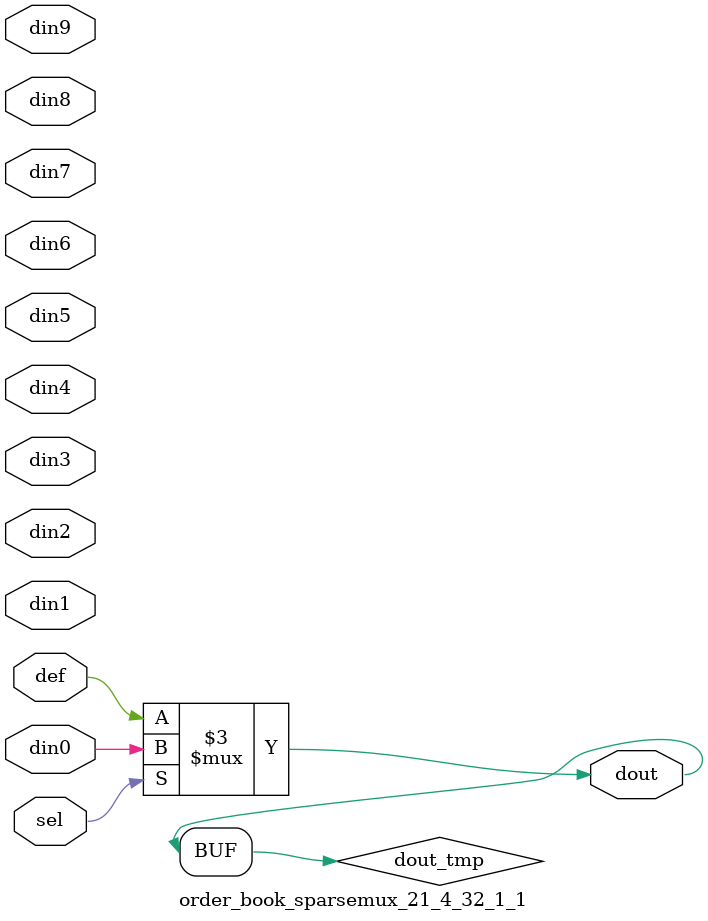
<source format=v>
`timescale 1ns / 1ps

module order_book_sparsemux_21_4_32_1_1 (din0,din1,din2,din3,din4,din5,din6,din7,din8,din9,def,sel,dout);

parameter din0_WIDTH = 1;

parameter din1_WIDTH = 1;

parameter din2_WIDTH = 1;

parameter din3_WIDTH = 1;

parameter din4_WIDTH = 1;

parameter din5_WIDTH = 1;

parameter din6_WIDTH = 1;

parameter din7_WIDTH = 1;

parameter din8_WIDTH = 1;

parameter din9_WIDTH = 1;

parameter def_WIDTH = 1;
parameter sel_WIDTH = 1;
parameter dout_WIDTH = 1;

parameter [sel_WIDTH-1:0] CASE0 = 1;

parameter [sel_WIDTH-1:0] CASE1 = 1;

parameter [sel_WIDTH-1:0] CASE2 = 1;

parameter [sel_WIDTH-1:0] CASE3 = 1;

parameter [sel_WIDTH-1:0] CASE4 = 1;

parameter [sel_WIDTH-1:0] CASE5 = 1;

parameter [sel_WIDTH-1:0] CASE6 = 1;

parameter [sel_WIDTH-1:0] CASE7 = 1;

parameter [sel_WIDTH-1:0] CASE8 = 1;

parameter [sel_WIDTH-1:0] CASE9 = 1;

parameter ID = 1;
parameter NUM_STAGE = 1;



input [din0_WIDTH-1:0] din0;

input [din1_WIDTH-1:0] din1;

input [din2_WIDTH-1:0] din2;

input [din3_WIDTH-1:0] din3;

input [din4_WIDTH-1:0] din4;

input [din5_WIDTH-1:0] din5;

input [din6_WIDTH-1:0] din6;

input [din7_WIDTH-1:0] din7;

input [din8_WIDTH-1:0] din8;

input [din9_WIDTH-1:0] din9;

input [def_WIDTH-1:0] def;
input [sel_WIDTH-1:0] sel;

output [dout_WIDTH-1:0] dout;



reg [dout_WIDTH-1:0] dout_tmp;

always @ (*) begin
case (sel)
    
    CASE0 : dout_tmp = din0;
    
    CASE1 : dout_tmp = din1;
    
    CASE2 : dout_tmp = din2;
    
    CASE3 : dout_tmp = din3;
    
    CASE4 : dout_tmp = din4;
    
    CASE5 : dout_tmp = din5;
    
    CASE6 : dout_tmp = din6;
    
    CASE7 : dout_tmp = din7;
    
    CASE8 : dout_tmp = din8;
    
    CASE9 : dout_tmp = din9;
    
    default : dout_tmp = def;
endcase
end


assign dout = dout_tmp;



endmodule

</source>
